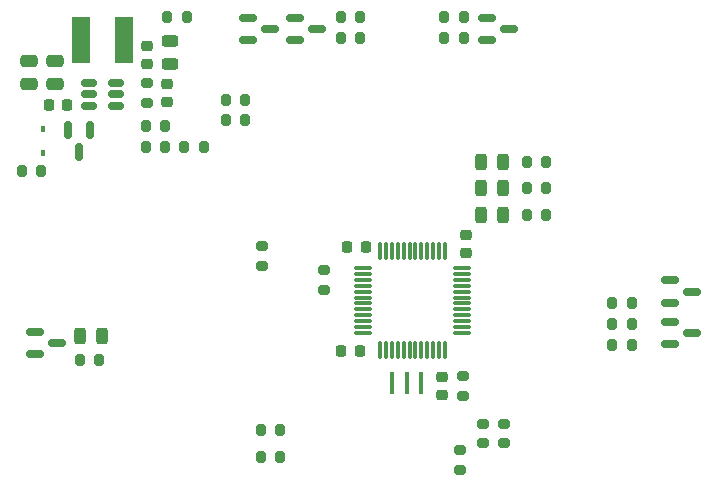
<source format=gtp>
G04 #@! TF.GenerationSoftware,KiCad,Pcbnew,6.0.2+dfsg-1*
G04 #@! TF.CreationDate,2022-08-15T18:06:49-04:00*
G04 #@! TF.ProjectId,titan_2022,74697461-6e5f-4323-9032-322e6b696361,1.2*
G04 #@! TF.SameCoordinates,Original*
G04 #@! TF.FileFunction,Paste,Top*
G04 #@! TF.FilePolarity,Positive*
%FSLAX46Y46*%
G04 Gerber Fmt 4.6, Leading zero omitted, Abs format (unit mm)*
G04 Created by KiCad (PCBNEW 6.0.2+dfsg-1) date 2022-08-15 18:06:49*
%MOMM*%
%LPD*%
G01*
G04 APERTURE LIST*
G04 Aperture macros list*
%AMRoundRect*
0 Rectangle with rounded corners*
0 $1 Rounding radius*
0 $2 $3 $4 $5 $6 $7 $8 $9 X,Y pos of 4 corners*
0 Add a 4 corners polygon primitive as box body*
4,1,4,$2,$3,$4,$5,$6,$7,$8,$9,$2,$3,0*
0 Add four circle primitives for the rounded corners*
1,1,$1+$1,$2,$3*
1,1,$1+$1,$4,$5*
1,1,$1+$1,$6,$7*
1,1,$1+$1,$8,$9*
0 Add four rect primitives between the rounded corners*
20,1,$1+$1,$2,$3,$4,$5,0*
20,1,$1+$1,$4,$5,$6,$7,0*
20,1,$1+$1,$6,$7,$8,$9,0*
20,1,$1+$1,$8,$9,$2,$3,0*%
G04 Aperture macros list end*
%ADD10RoundRect,0.150000X-0.587500X-0.150000X0.587500X-0.150000X0.587500X0.150000X-0.587500X0.150000X0*%
%ADD11RoundRect,0.200000X0.200000X0.275000X-0.200000X0.275000X-0.200000X-0.275000X0.200000X-0.275000X0*%
%ADD12RoundRect,0.075000X0.075000X-0.662500X0.075000X0.662500X-0.075000X0.662500X-0.075000X-0.662500X0*%
%ADD13RoundRect,0.075000X0.662500X-0.075000X0.662500X0.075000X-0.662500X0.075000X-0.662500X-0.075000X0*%
%ADD14RoundRect,0.243750X0.243750X0.456250X-0.243750X0.456250X-0.243750X-0.456250X0.243750X-0.456250X0*%
%ADD15RoundRect,0.225000X-0.225000X-0.250000X0.225000X-0.250000X0.225000X0.250000X-0.225000X0.250000X0*%
%ADD16RoundRect,0.200000X-0.200000X-0.275000X0.200000X-0.275000X0.200000X0.275000X-0.200000X0.275000X0*%
%ADD17RoundRect,0.200000X0.275000X-0.200000X0.275000X0.200000X-0.275000X0.200000X-0.275000X-0.200000X0*%
%ADD18RoundRect,0.150000X-0.150000X0.587500X-0.150000X-0.587500X0.150000X-0.587500X0.150000X0.587500X0*%
%ADD19RoundRect,0.200000X-0.275000X0.200000X-0.275000X-0.200000X0.275000X-0.200000X0.275000X0.200000X0*%
%ADD20R,0.450000X0.600000*%
%ADD21RoundRect,0.250000X-0.475000X0.250000X-0.475000X-0.250000X0.475000X-0.250000X0.475000X0.250000X0*%
%ADD22RoundRect,0.225000X0.250000X-0.225000X0.250000X0.225000X-0.250000X0.225000X-0.250000X-0.225000X0*%
%ADD23RoundRect,0.225000X-0.250000X0.225000X-0.250000X-0.225000X0.250000X-0.225000X0.250000X0.225000X0*%
%ADD24R,1.500000X4.000000*%
%ADD25RoundRect,0.243750X-0.456250X0.243750X-0.456250X-0.243750X0.456250X-0.243750X0.456250X0.243750X0*%
%ADD26RoundRect,0.150000X-0.512500X-0.150000X0.512500X-0.150000X0.512500X0.150000X-0.512500X0.150000X0*%
%ADD27R,0.400000X1.900000*%
%ADD28RoundRect,0.243750X-0.243750X-0.456250X0.243750X-0.456250X0.243750X0.456250X-0.243750X0.456250X0*%
G04 APERTURE END LIST*
D10*
X145562500Y-83625000D03*
X145562500Y-85525000D03*
X147437500Y-84575000D03*
D11*
X142325000Y-82075000D03*
X140675000Y-82075000D03*
D12*
X121000000Y-85987500D03*
X121500000Y-85987500D03*
X122000000Y-85987500D03*
X122500000Y-85987500D03*
X123000000Y-85987500D03*
X123500000Y-85987500D03*
X124000000Y-85987500D03*
X124500000Y-85987500D03*
X125000000Y-85987500D03*
X125500000Y-85987500D03*
X126000000Y-85987500D03*
X126500000Y-85987500D03*
D13*
X127912500Y-84575000D03*
X127912500Y-84075000D03*
X127912500Y-83575000D03*
X127912500Y-83075000D03*
X127912500Y-82575000D03*
X127912500Y-82075000D03*
X127912500Y-81575000D03*
X127912500Y-81075000D03*
X127912500Y-80575000D03*
X127912500Y-80075000D03*
X127912500Y-79575000D03*
X127912500Y-79075000D03*
D12*
X126500000Y-77662500D03*
X126000000Y-77662500D03*
X125500000Y-77662500D03*
X125000000Y-77662500D03*
X124500000Y-77662500D03*
X124000000Y-77662500D03*
X123500000Y-77662500D03*
X123000000Y-77662500D03*
X122500000Y-77662500D03*
X122000000Y-77662500D03*
X121500000Y-77662500D03*
X121000000Y-77662500D03*
D13*
X119587500Y-79075000D03*
X119587500Y-79575000D03*
X119587500Y-80075000D03*
X119587500Y-80575000D03*
X119587500Y-81075000D03*
X119587500Y-81575000D03*
X119587500Y-82075000D03*
X119587500Y-82575000D03*
X119587500Y-83075000D03*
X119587500Y-83575000D03*
X119587500Y-84075000D03*
X119587500Y-84575000D03*
D14*
X131437500Y-72325000D03*
X129562500Y-72325000D03*
D15*
X118225000Y-77325000D03*
X119775000Y-77325000D03*
D10*
X145562500Y-80125000D03*
X145562500Y-82025000D03*
X147437500Y-81075000D03*
D16*
X95600000Y-86825000D03*
X97250000Y-86825000D03*
D17*
X128000000Y-89900000D03*
X128000000Y-88250000D03*
X111000000Y-78900000D03*
X111000000Y-77250000D03*
D10*
X109812500Y-57875000D03*
X109812500Y-59775000D03*
X111687500Y-58825000D03*
D14*
X131437500Y-70075000D03*
X129562500Y-70075000D03*
D11*
X135075000Y-72325000D03*
X133425000Y-72325000D03*
D18*
X96450000Y-67387500D03*
X94550000Y-67387500D03*
X95500000Y-69262500D03*
D16*
X107925000Y-66575000D03*
X109575000Y-66575000D03*
D19*
X129750000Y-92250000D03*
X129750000Y-93900000D03*
D16*
X140675000Y-85575000D03*
X142325000Y-85575000D03*
D15*
X117725000Y-86075000D03*
X119275000Y-86075000D03*
X92975000Y-65275000D03*
X94525000Y-65275000D03*
D11*
X128075000Y-59575000D03*
X126425000Y-59575000D03*
D20*
X92500000Y-67275000D03*
X92500000Y-69375000D03*
D21*
X91250000Y-61575000D03*
X91250000Y-63475000D03*
D17*
X101250000Y-65100000D03*
X101250000Y-63450000D03*
D11*
X102825000Y-67025000D03*
X101175000Y-67025000D03*
X112575000Y-95075000D03*
X110925000Y-95075000D03*
D14*
X131437500Y-74575000D03*
X129562500Y-74575000D03*
D11*
X135075000Y-74575000D03*
X133425000Y-74575000D03*
D16*
X140675000Y-83825000D03*
X142325000Y-83825000D03*
D21*
X93500000Y-61575000D03*
X93500000Y-63475000D03*
D22*
X103000000Y-65050000D03*
X103000000Y-63500000D03*
D10*
X130062500Y-57875000D03*
X130062500Y-59775000D03*
X131937500Y-58825000D03*
D19*
X131500000Y-92250000D03*
X131500000Y-93900000D03*
D11*
X112575000Y-92825000D03*
X110925000Y-92825000D03*
D23*
X101250000Y-60250000D03*
X101250000Y-61800000D03*
D22*
X126250000Y-89850000D03*
X126250000Y-88300000D03*
D11*
X135075000Y-70075000D03*
X133425000Y-70075000D03*
D23*
X128250000Y-76275000D03*
X128250000Y-77825000D03*
D24*
X99300000Y-59775000D03*
X95700000Y-59775000D03*
D11*
X104650000Y-57825000D03*
X103000000Y-57825000D03*
D25*
X103250000Y-59887500D03*
X103250000Y-61762500D03*
D17*
X116250000Y-80900000D03*
X116250000Y-79250000D03*
D19*
X127750000Y-94500000D03*
X127750000Y-96150000D03*
D26*
X96362500Y-63425000D03*
X96362500Y-64375000D03*
X96362500Y-65325000D03*
X98637500Y-65325000D03*
X98637500Y-64375000D03*
X98637500Y-63425000D03*
D10*
X113812500Y-57875000D03*
X113812500Y-59775000D03*
X115687500Y-58825000D03*
D27*
X122050000Y-88825000D03*
X123250000Y-88825000D03*
X124450000Y-88825000D03*
D11*
X109575000Y-64825000D03*
X107925000Y-64825000D03*
D16*
X90675000Y-70825000D03*
X92325000Y-70825000D03*
D11*
X106075000Y-68825000D03*
X104425000Y-68825000D03*
D10*
X91787500Y-84475000D03*
X91787500Y-86375000D03*
X93662500Y-85425000D03*
D11*
X102825000Y-68825000D03*
X101175000Y-68825000D03*
X119325000Y-57825000D03*
X117675000Y-57825000D03*
X119325000Y-59575000D03*
X117675000Y-59575000D03*
D28*
X95625000Y-84825000D03*
X97500000Y-84825000D03*
D16*
X126425000Y-57825000D03*
X128075000Y-57825000D03*
M02*

</source>
